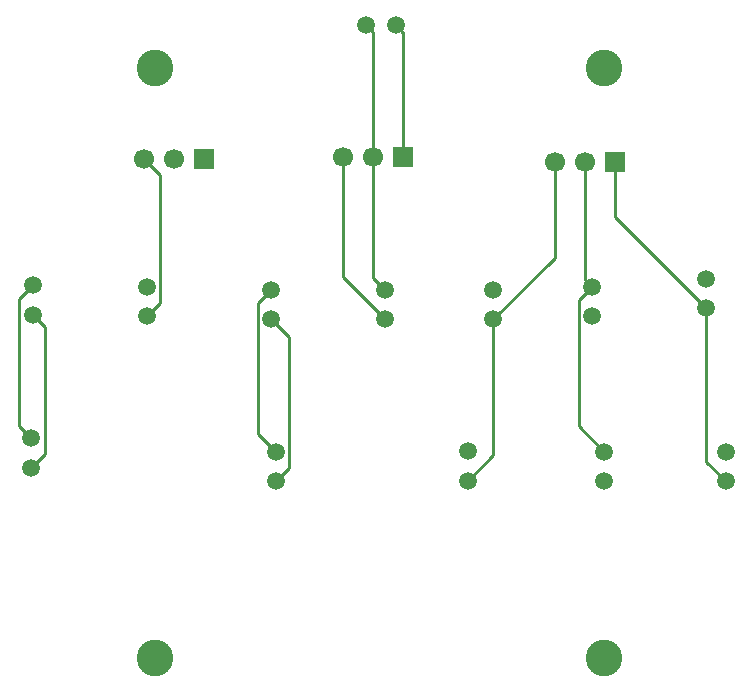
<source format=gtl>
G04*
G04 #@! TF.GenerationSoftware,Altium Limited,Altium Designer,24.1.2 (44)*
G04*
G04 Layer_Physical_Order=1*
G04 Layer_Color=255*
%FSLAX44Y44*%
%MOMM*%
G71*
G04*
G04 #@! TF.SameCoordinates,F9B8B196-E0EE-4284-85E4-D25C29C198F4*
G04*
G04*
G04 #@! TF.FilePolarity,Positive*
G04*
G01*
G75*
%ADD14C,0.2540*%
%ADD16C,1.4986*%
%ADD19C,3.1000*%
%ADD20C,1.7000*%
%ADD21R,1.7000X1.7000*%
D14*
X384810Y574040D02*
Y679850D01*
X378860Y685800D02*
X384810Y679850D01*
X85090Y454260D02*
X96520Y465690D01*
X85090Y346310D02*
Y454260D01*
Y346310D02*
X95250Y336150D01*
X287020Y450450D02*
X298450Y461880D01*
X287020Y339960D02*
Y450450D01*
Y339960D02*
X302260Y324720D01*
X384810Y472040D02*
Y574040D01*
Y472040D02*
X394970Y461880D01*
X558800Y452990D02*
X570230Y464420D01*
X558800Y346310D02*
Y452990D01*
Y346310D02*
X580390Y324720D01*
X563880Y470770D02*
Y570230D01*
Y470770D02*
X570230Y464420D01*
X666750Y316230D02*
Y446170D01*
Y316230D02*
X683260Y299720D01*
X410210Y574040D02*
Y679450D01*
X403860Y685800D02*
X410210Y679450D01*
X193040Y439420D02*
X204470Y450850D01*
Y558800D01*
X190500Y572770D02*
X204470Y558800D01*
X95250Y311150D02*
X106680Y322580D01*
Y430530D01*
X96520Y440690D02*
X106680Y430530D01*
X302260Y299720D02*
X313690Y311150D01*
Y421640D01*
X298450Y436880D02*
X313690Y421640D01*
X486410Y436880D02*
X538480Y488950D01*
Y570230D01*
X486410Y321710D02*
Y436880D01*
X464820Y300120D02*
X486410Y321710D01*
X589280Y523640D02*
X666750Y446170D01*
X589280Y523640D02*
Y570230D01*
X359410Y472440D02*
Y574040D01*
Y472440D02*
X394970Y436880D01*
D16*
X403860Y685800D02*
D03*
X378860D02*
D03*
X666750Y446170D02*
D03*
Y471170D02*
D03*
X486410Y436880D02*
D03*
Y461880D02*
D03*
X298450Y436880D02*
D03*
Y461880D02*
D03*
X96520Y440690D02*
D03*
Y465690D02*
D03*
X580390Y299720D02*
D03*
Y324720D02*
D03*
X570230Y439420D02*
D03*
Y464420D02*
D03*
X394970Y436880D02*
D03*
Y461880D02*
D03*
X193040Y439420D02*
D03*
Y464420D02*
D03*
X683260Y299720D02*
D03*
Y324720D02*
D03*
X464820Y300120D02*
D03*
Y325120D02*
D03*
X302260Y299720D02*
D03*
Y324720D02*
D03*
X95250Y311150D02*
D03*
Y336150D02*
D03*
D19*
X580000Y150000D02*
D03*
X200000D02*
D03*
X580000Y650000D02*
D03*
X200000D02*
D03*
D20*
X538480Y570230D02*
D03*
X563880D02*
D03*
X359410Y574040D02*
D03*
X384810D02*
D03*
X190500Y572770D02*
D03*
X215900D02*
D03*
D21*
X589280Y570230D02*
D03*
X410210Y574040D02*
D03*
X241300Y572770D02*
D03*
M02*

</source>
